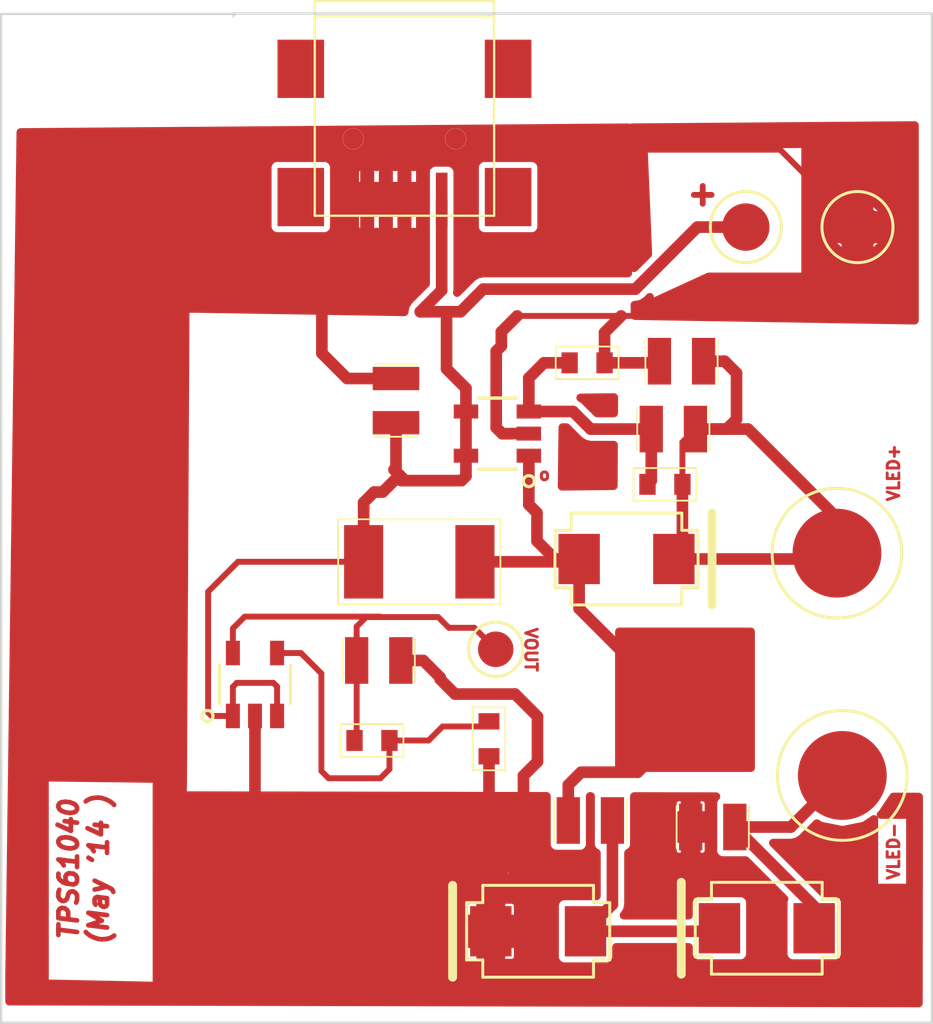
<source format=kicad_pcb>
(kicad_pcb (version 3) (host pcbnew "(2014-05-02 BZR 4840)-stable")

  (general
    (links 35)
    (no_connects 1)
    (area 31.472499 14.955099 61.544501 58.285901)
    (thickness 1.6)
    (drawings 13)
    (tracks 143)
    (zones 0)
    (modules 22)
    (nets 14)
  )

  (page A4)
  (layers
    (15 F.Cu signal)
    (0 B.Cu signal hide)
    (16 B.Adhes user hide)
    (17 F.Adhes user)
    (18 B.Paste user hide)
    (19 F.Paste user)
    (20 B.SilkS user hide)
    (21 F.SilkS user)
    (22 B.Mask user hide)
    (23 F.Mask user)
    (24 Dwgs.User user hide)
    (25 Cmts.User user hide)
    (26 Eco1.User user hide)
    (27 Eco2.User user hide)
    (28 Edge.Cuts user)
  )

  (setup
    (last_trace_width 0.254)
    (trace_clearance 0.254)
    (zone_clearance 0.125)
    (zone_45_only no)
    (trace_min 0)
    (segment_width 0.2)
    (edge_width 0.1)
    (via_size 0.889)
    (via_drill 0.635)
    (via_min_size 0.889)
    (via_min_drill 0.508)
    (uvia_size 0.508)
    (uvia_drill 0.127)
    (uvias_allowed no)
    (uvia_min_size 0.508)
    (uvia_min_drill 0.127)
    (pcb_text_width 0.3)
    (pcb_text_size 1.5 1.5)
    (mod_edge_width 0.15)
    (mod_text_size 1 1)
    (mod_text_width 0.15)
    (pad_size 1.524 1.524)
    (pad_drill 0)
    (pad_to_mask_clearance 0)
    (aux_axis_origin 0 0)
    (visible_elements FFFFFF7F)
    (pcbplotparams
      (layerselection 269123584)
      (usegerberextensions false)
      (excludeedgelayer false)
      (linewidth 0.150000)
      (plotframeref false)
      (viasonmask false)
      (mode 1)
      (useauxorigin false)
      (hpglpennumber 1)
      (hpglpenspeed 20)
      (hpglpendiameter 15)
      (hpglpenoverlay 2)
      (psnegative false)
      (psa4output false)
      (plotreference true)
      (plotvalue true)
      (plotothertext false)
      (plotinvisibletext false)
      (padsonsilk false)
      (subtractmaskfromsilk false)
      (outputformat 2)
      (mirror true)
      (drillshape 0)
      (scaleselection 1)
      (outputdirectory /home/nanik/kicaddesign/RA8875/))
  )

  (net 0 "")
  (net 1 /PWM)
  (net 2 /VOUT)
  (net 3 5V)
  (net 4 GND)
  (net 5 N-000001)
  (net 6 N-000002)
  (net 7 N-000005)
  (net 8 N-000006)
  (net 9 N-000008)
  (net 10 N-000009)
  (net 11 "Net-(C1-Pad1)")
  (net 12 "Net-(C2-Pad1)")
  (net 13 "Net-(C5-Pad1)")

  (net_class Default "This is the default net class."
    (clearance 0.254)
    (trace_width 0.254)
    (via_dia 0.889)
    (via_drill 0.635)
    (uvia_dia 0.508)
    (uvia_drill 0.127)
    (add_net "")
    (add_net /PWM)
    (add_net /VOUT)
    (add_net 5V)
    (add_net N-000001)
    (add_net N-000002)
    (add_net N-000005)
    (add_net N-000006)
    (add_net N-000008)
  )

  (net_class PoweSupply ""
    (clearance 0.254)
    (trace_width 0.5)
    (via_dia 0.889)
    (via_drill 0.635)
    (uvia_dia 0.508)
    (uvia_drill 0.127)
    (add_net GND)
    (add_net N-000009)
    (add_net "Net-(C1-Pad1)")
    (add_net "Net-(C2-Pad1)")
    (add_net "Net-(C5-Pad1)")
  )

  (module DO-214AA (layer F.Cu) (tedit 529883CF) (tstamp 535A919C)
    (at 48.39 38.39 180)
    (path /535A90B5)
    (attr smd)
    (fp_text reference D1 (at 0 -0.381 180) (layer Cmts.User)
      (effects (font (size 0.508 0.508) (thickness 0.1016)))
    )
    (fp_text value DIODE (at 0 0.381 180) (layer Cmts.User) hide
      (effects (font (size 0.508 0.508) (thickness 0.1016)))
    )
    (fp_line (start -2.3749 -1.9685) (end 2.3749 -1.9685) (layer F.SilkS) (width 0.127))
    (fp_line (start 2.3749 1.9685) (end -2.3749 1.9685) (layer F.SilkS) (width 0.127))
    (fp_line (start 3.07086 -1.22936) (end 3.07086 1.22936) (layer F.SilkS) (width 0.127))
    (fp_line (start -3.07086 1.22936) (end -3.07086 -1.22936) (layer F.SilkS) (width 0.127))
    (fp_line (start 2.3749 -1.9685) (end 2.3749 -1.22936) (layer F.SilkS) (width 0.127))
    (fp_line (start 2.3749 -1.22936) (end 3.07086 -1.22936) (layer F.SilkS) (width 0.127))
    (fp_line (start 3.07086 1.22936) (end 2.3749 1.22936) (layer F.SilkS) (width 0.127))
    (fp_line (start 2.3749 1.22936) (end 2.3749 1.9685) (layer F.SilkS) (width 0.127))
    (fp_line (start -3.07086 -1.22936) (end -2.3749 -1.22936) (layer F.SilkS) (width 0.127))
    (fp_line (start -2.3749 -1.22936) (end -2.3749 -1.9685) (layer F.SilkS) (width 0.127))
    (fp_line (start -2.3749 1.9685) (end -2.3749 1.22936) (layer F.SilkS) (width 0.127))
    (fp_line (start -2.3749 1.22936) (end -3.07086 1.22936) (layer F.SilkS) (width 0.127))
    (fp_line (start -3.6703 -1.9685) (end -3.6703 1.9685) (layer F.SilkS) (width 0.381))
    (pad 2 smd rect (at -2.032 0 180) (size 1.778 2.15646)
      (layers F.Cu F.Paste F.Mask)
      (net 9 N-000008)
    )
    (pad 1 smd rect (at 2.032 0 180) (size 1.778 2.15646)
      (layers F.Cu F.Paste F.Mask)
      (net 10 N-000009)
    )
  )

  (module 0603 (layer F.Cu) (tedit 529883CF) (tstamp 535A91B4)
    (at 50.04 35.19 180)
    (path /535A911C)
    (attr smd)
    (fp_text reference R1 (at 0 -0.381 180) (layer Cmts.User)
      (effects (font (size 0.508 0.508) (thickness 0.1016)))
    )
    (fp_text value 150K (at 0 0.381 180) (layer Cmts.User) hide
      (effects (font (size 0.508 0.508) (thickness 0.1016)))
    )
    (fp_line (start -1.34874 0.6985) (end -1.34874 -0.6985) (layer F.SilkS) (width 0.0762))
    (fp_line (start -1.34874 -0.6985) (end 1.34874 -0.6985) (layer F.SilkS) (width 0.0762))
    (fp_line (start 1.34874 -0.6985) (end 1.34874 0.6985) (layer F.SilkS) (width 0.0762))
    (fp_line (start 1.34874 0.6985) (end -1.34874 0.6985) (layer F.SilkS) (width 0.0762))
    (pad 1 smd rect (at -0.7493 0 180) (size 0.70104 0.89916)
      (layers F.Cu F.Paste F.Mask)
      (net 9 N-000008)
    )
    (pad 2 smd rect (at 0.7493 0 180) (size 0.70104 0.89916)
      (layers F.Cu F.Paste F.Mask)
      (net 8 N-000006)
    )
  )

  (module SOT-235 (layer F.Cu) (tedit 529883CF) (tstamp 535A91CC)
    (at 42.8509 33.0137 90)
    (path /535A8C7B)
    (attr smd)
    (fp_text reference TPS1 (at 0 -0.381 90) (layer Cmts.User)
      (effects (font (size 0.508 0.508) (thickness 0.1016)))
    )
    (fp_text value TPS61040 (at 0 0.381 90) (layer Cmts.User) hide
      (effects (font (size 0.508 0.508) (thickness 0.1016)))
    )
    (fp_circle (center -2.03708 1.34874) (end -2.03708 1.11252) (layer F.SilkS) (width 0.127))
    (fp_circle (center -2.03708 1.34874) (end -2.03708 1.11252) (layer F.SilkS) (width 0.127))
    (fp_circle (center -2.03708 1.34874) (end -2.03708 1.11252) (layer F.SilkS) (width 0.127))
    (fp_circle (center -2.03708 1.34874) (end -2.03708 1.11252) (layer F.SilkS) (width 0.127))
    (fp_circle (center -2.03708 1.34874) (end -2.03708 1.11252) (layer F.SilkS) (width 0.127))
    (fp_line (start 1.524 -0.82296) (end 1.524 0.82296) (layer F.SilkS) (width 0.127))
    (fp_line (start -1.524 0.82296) (end -1.524 -0.82296) (layer F.SilkS) (width 0.127))
    (fp_line (start 1.524 -0.82296) (end 1.524 0.82296) (layer F.SilkS) (width 0.127))
    (fp_line (start -1.524 0.82296) (end -1.524 -0.82296) (layer F.SilkS) (width 0.127))
    (fp_line (start 1.524 -0.82296) (end 1.524 0.82296) (layer F.SilkS) (width 0.127))
    (fp_line (start -1.524 0.82296) (end -1.524 -0.82296) (layer F.SilkS) (width 0.127))
    (fp_line (start 1.524 -0.82296) (end 1.524 0.82296) (layer F.SilkS) (width 0.127))
    (fp_line (start -1.524 0.82296) (end -1.524 -0.82296) (layer F.SilkS) (width 0.127))
    (fp_line (start 1.524 -0.82296) (end 1.524 0.82296) (layer F.SilkS) (width 0.127))
    (fp_line (start -1.524 0.82296) (end -1.524 -0.82296) (layer F.SilkS) (width 0.127))
    (pad 1 smd rect (at -0.94742 1.34874 90) (size 0.60198 1.05156)
      (layers F.Cu F.Paste F.Mask)
      (net 10 N-000009)
    )
    (pad 2 smd rect (at 0 1.34874 90) (size 0.59944 1.05156)
      (layers F.Cu F.Paste F.Mask)
      (net 4 GND)
    )
    (pad 3 smd rect (at 0.94742 1.34874 90) (size 0.60198 1.05156)
      (layers F.Cu F.Paste F.Mask)
      (net 8 N-000006)
    )
    (pad 4 smd rect (at 0.94742 -1.34874 90) (size 0.60198 1.05156)
      (layers F.Cu F.Paste F.Mask)
      (net 1 /PWM)
    )
    (pad 5 smd rect (at -0.94742 -1.34874 90) (size 0.60198 1.05156)
      (layers F.Cu F.Paste F.Mask)
      (net 3 5V)
    )
  )

  (module 0603 (layer F.Cu) (tedit 529883CF) (tstamp 535A97C7)
    (at 46.7 29.98)
    (path /535A94FF)
    (attr smd)
    (fp_text reference R2 (at 0 -0.381) (layer Cmts.User)
      (effects (font (size 0.508 0.508) (thickness 0.1016)))
    )
    (fp_text value 10K (at 0 0.381) (layer Cmts.User) hide
      (effects (font (size 0.508 0.508) (thickness 0.1016)))
    )
    (fp_line (start -1.34874 0.6985) (end -1.34874 -0.6985) (layer F.SilkS) (width 0.0762))
    (fp_line (start -1.34874 -0.6985) (end 1.34874 -0.6985) (layer F.SilkS) (width 0.0762))
    (fp_line (start 1.34874 -0.6985) (end 1.34874 0.6985) (layer F.SilkS) (width 0.0762))
    (fp_line (start 1.34874 0.6985) (end -1.34874 0.6985) (layer F.SilkS) (width 0.0762))
    (pad 1 smd rect (at -0.7493 0) (size 0.70104 0.89916)
      (layers F.Cu F.Paste F.Mask)
      (net 8 N-000006)
    )
    (pad 2 smd rect (at 0.7493 0) (size 0.70104 0.89916)
      (layers F.Cu F.Paste F.Mask)
      (net 4 GND)
    )
  )

  (module DO-214AA (layer F.Cu) (tedit 529883CF) (tstamp 5362D06A)
    (at 44.6 54.35)
    (path /535A9F39)
    (attr smd)
    (fp_text reference D2 (at 0 -0.381) (layer Cmts.User)
      (effects (font (size 0.508 0.508) (thickness 0.1016)))
    )
    (fp_text value ZENER (at 0 0.381) (layer Cmts.User) hide
      (effects (font (size 0.508 0.508) (thickness 0.1016)))
    )
    (fp_line (start -2.3749 -1.9685) (end 2.3749 -1.9685) (layer F.SilkS) (width 0.127))
    (fp_line (start 2.3749 1.9685) (end -2.3749 1.9685) (layer F.SilkS) (width 0.127))
    (fp_line (start 3.07086 -1.22936) (end 3.07086 1.22936) (layer F.SilkS) (width 0.127))
    (fp_line (start -3.07086 1.22936) (end -3.07086 -1.22936) (layer F.SilkS) (width 0.127))
    (fp_line (start 2.3749 -1.9685) (end 2.3749 -1.22936) (layer F.SilkS) (width 0.127))
    (fp_line (start 2.3749 -1.22936) (end 3.07086 -1.22936) (layer F.SilkS) (width 0.127))
    (fp_line (start 3.07086 1.22936) (end 2.3749 1.22936) (layer F.SilkS) (width 0.127))
    (fp_line (start 2.3749 1.22936) (end 2.3749 1.9685) (layer F.SilkS) (width 0.127))
    (fp_line (start -3.07086 -1.22936) (end -2.3749 -1.22936) (layer F.SilkS) (width 0.127))
    (fp_line (start -2.3749 -1.22936) (end -2.3749 -1.9685) (layer F.SilkS) (width 0.127))
    (fp_line (start -2.3749 1.9685) (end -2.3749 1.22936) (layer F.SilkS) (width 0.127))
    (fp_line (start -2.3749 1.22936) (end -3.07086 1.22936) (layer F.SilkS) (width 0.127))
    (fp_line (start -3.6703 -1.9685) (end -3.6703 1.9685) (layer F.SilkS) (width 0.381))
    (pad 2 smd rect (at -2.032 0) (size 1.778 2.15646)
      (layers F.Cu F.Paste F.Mask)
      (net 4 GND)
    )
    (pad 1 smd rect (at 2.032 0) (size 1.778 2.15646)
      (layers F.Cu F.Paste F.Mask)
      (net 6 N-000002)
    )
  )

  (module DO-214AA (layer F.Cu) (tedit 529883CF) (tstamp 5362D07C)
    (at 54.41 54.22)
    (path /535AA1E0)
    (attr smd)
    (fp_text reference D3 (at 0 -0.381) (layer Cmts.User)
      (effects (font (size 0.508 0.508) (thickness 0.1016)))
    )
    (fp_text value ZENER (at 0 0.381) (layer Cmts.User) hide
      (effects (font (size 0.508 0.508) (thickness 0.1016)))
    )
    (fp_line (start -2.3749 -1.9685) (end 2.3749 -1.9685) (layer F.SilkS) (width 0.127))
    (fp_line (start 2.3749 1.9685) (end -2.3749 1.9685) (layer F.SilkS) (width 0.127))
    (fp_line (start 3.07086 -1.22936) (end 3.07086 1.22936) (layer F.SilkS) (width 0.127))
    (fp_line (start -3.07086 1.22936) (end -3.07086 -1.22936) (layer F.SilkS) (width 0.127))
    (fp_line (start 2.3749 -1.9685) (end 2.3749 -1.22936) (layer F.SilkS) (width 0.127))
    (fp_line (start 2.3749 -1.22936) (end 3.07086 -1.22936) (layer F.SilkS) (width 0.127))
    (fp_line (start 3.07086 1.22936) (end 2.3749 1.22936) (layer F.SilkS) (width 0.127))
    (fp_line (start 2.3749 1.22936) (end 2.3749 1.9685) (layer F.SilkS) (width 0.127))
    (fp_line (start -3.07086 -1.22936) (end -2.3749 -1.22936) (layer F.SilkS) (width 0.127))
    (fp_line (start -2.3749 -1.22936) (end -2.3749 -1.9685) (layer F.SilkS) (width 0.127))
    (fp_line (start -2.3749 1.9685) (end -2.3749 1.22936) (layer F.SilkS) (width 0.127))
    (fp_line (start -2.3749 1.22936) (end -3.07086 1.22936) (layer F.SilkS) (width 0.127))
    (fp_line (start -3.6703 -1.9685) (end -3.6703 1.9685) (layer F.SilkS) (width 0.381))
    (pad 2 smd rect (at -2.032 0) (size 1.778 2.15646)
      (layers F.Cu F.Paste F.Mask)
      (net 6 N-000002)
    )
    (pad 1 smd rect (at 2.032 0) (size 1.778 2.15646)
      (layers F.Cu F.Paste F.Mask)
      (net 5 N-000001)
    )
  )

  (module PAD_C_150x150 (layer F.Cu) (tedit 536341CD) (tstamp 53635F8C)
    (at 57.42 38.14)
    (attr smd)
    (fp_text reference PAD_C_150x150 (at 0 -0.381) (layer Cmts.User)
      (effects (font (size 0.508 0.508) (thickness 0.1016)))
    )
    (fp_text value Val* (at 0 0.381) (layer Cmts.User) hide
      (effects (font (size 0.508 0.508) (thickness 0.1016)))
    )
    (fp_circle (center 0 0) (end 0 -2.7813) (layer F.SilkS) (width 0.127))
    (pad 1 smd oval (at 0 0) (size 3.81 3.81)
      (layers F.Cu F.Mask)
      (net 12 "Net-(C2-Pad1)")
    )
  )

  (module PAD_C_150x150 (layer F.Cu) (tedit 536341B7) (tstamp 53635F9C)
    (at 57.65 47.67)
    (attr smd)
    (fp_text reference PAD_C_150x150 (at 0 -0.381) (layer Cmts.User)
      (effects (font (size 0.508 0.508) (thickness 0.1016)))
    )
    (fp_text value Val* (at 0 0.381) (layer Cmts.User) hide
      (effects (font (size 0.508 0.508) (thickness 0.1016)))
    )
    (fp_circle (center 0 0) (end 0 -2.7813) (layer F.SilkS) (width 0.127))
    (pad 1 smd oval (at 0 0) (size 3.81 3.81)
      (layers F.Cu F.Mask)
      (net 13 "Net-(C5-Pad1)")
    )
  )

  (module miniUSB_B (layer F.Cu) (tedit 5365FFAC) (tstamp 53636B8C)
    (at 38.8631 24.1237 270)
    (attr smd)
    (fp_text reference "" (at 0 -0.381 270) (layer Cmts.User)
      (effects (font (size 0.508 0.508) (thickness 0.1016)))
    )
    (fp_text value Val* (at 0 0.381 270) (layer Cmts.User) hide
      (effects (font (size 0.508 0.508) (thickness 0.1016)))
    )
    (fp_circle (center -3.74904 -2.19964) (end -3.74904 -2.64922) (layer F.SilkS) (width 0.00762))
    (fp_circle (center -3.74904 2.19964) (end -3.74904 1.74752) (layer F.SilkS) (width 0.00762))
    (fp_line (start -0.44958 -3.8481) (end -0.44958 3.8481) (layer F.SilkS) (width 0.09906))
    (fp_line (start -0.44958 3.8481) (end -8.99922 3.8481) (layer F.SilkS) (width 0.09906))
    (fp_line (start -8.99922 3.8481) (end -8.99922 -3.8481) (layer F.SilkS) (width 0.09906))
    (fp_line (start -8.99922 -3.8481) (end -0.44958 -3.8481) (layer F.SilkS) (width 0.09906))
    (fp_line (start -8.99922 -3.8481) (end -8.99922 3.8481) (layer F.SilkS) (width 0.09906))
    (fp_line (start -8.99922 3.8481) (end -9.64946 3.8481) (layer F.SilkS) (width 0.09906))
    (fp_line (start -9.64946 3.8481) (end -9.64946 -3.8481) (layer F.SilkS) (width 0.09906))
    (fp_line (start -9.64946 -3.8481) (end -8.99922 -3.8481) (layer F.SilkS) (width 0.09906))
    (pad 1 smd rect (at -1.14808 -1.59766 270) (size 2.2987 0.50038)
      (layers F.Cu F.Paste F.Mask)
      (net 11 "Net-(C1-Pad1)")
    )
    (pad 2 smd rect (at -1.14808 -0.79756 270) (size 2.2987 0.50038)
      (layers F.Cu F.Paste F.Mask)
      (net 4 GND)
    )
    (pad 3 smd rect (at -1.14808 0 270) (size 2.2987 0.49784)
      (layers F.Cu F.Paste F.Mask)
      (net 4 GND)
    )
    (pad 4 smd rect (at -1.14808 0.79756 270) (size 2.2987 0.50038)
      (layers F.Cu F.Paste F.Mask)
      (net 4 GND)
    )
    (pad 5 smd rect (at -1.14808 1.59766 270) (size 2.2987 0.50038)
      (layers F.Cu F.Paste F.Mask)
      (net 4 GND)
    )
    (pad 6 smd rect (at -1.24968 -4.44754 270) (size 2.49936 1.99898)
      (layers F.Cu F.Paste F.Mask)
    )
    (pad 8 smd rect (at -1.24968 4.44754 270) (size 2.49936 1.99898)
      (layers F.Cu F.Paste F.Mask)
    )
    (pad 7 smd rect (at -6.74878 -4.44754 270) (size 2.49936 1.99898)
      (layers F.Cu F.Paste F.Mask)
    )
    (pad 9 smd rect (at -6.74878 4.44754 270) (size 2.49936 1.99898)
      (layers F.Cu F.Paste F.Mask)
    )
  )

  (module PAD_C_80x80 (layer F.Cu) (tedit 5365FEE1) (tstamp 5365FE1B)
    (at 53.51 24.16)
    (attr smd)
    (fp_text reference "" (at -0.03 1.84) (layer Cmts.User)
      (effects (font (size 0.508 0.508) (thickness 0.1016)))
    )
    (fp_text value Val* (at 0 0.381) (layer Cmts.User) hide
      (effects (font (size 0.508 0.508) (thickness 0.1016)))
    )
    (fp_circle (center 0 0) (end 0 -1.524) (layer F.SilkS) (width 0.127))
    (pad 1 smd oval (at 0 0) (size 2.032 2.032)
      (layers F.Cu F.Mask)
      (net 11 "Net-(C1-Pad1)")
    )
  )

  (module PAD_C_80x80 (layer F.Cu) (tedit 5365FEE4) (tstamp 5365FE26)
    (at 58.3 24.16)
    (attr smd)
    (fp_text reference "" (at 0.02 1.93) (layer Cmts.User)
      (effects (font (size 0.508 0.508) (thickness 0.1016)))
    )
    (fp_text value Val* (at 0 0.381) (layer Cmts.User) hide
      (effects (font (size 0.508 0.508) (thickness 0.1016)))
    )
    (fp_circle (center 0 0) (end 0 -1.524) (layer F.SilkS) (width 0.127))
    (pad 1 smd oval (at 0 0) (size 2.032 2.032)
      (layers F.Cu F.Mask)
      (net 4 GND)
    )
  )

  (module 1812 (layer F.Cu) (tedit 529883CF) (tstamp 5370C366)
    (at 39.5 38.51 180)
    (path /535A8FC9)
    (attr smd)
    (fp_text reference L1 (at 0 -0.381 180) (layer Cmts.User)
      (effects (font (size 0.508 0.508) (thickness 0.1016)))
    )
    (fp_text value 6.8uH (at 0 0.381 180) (layer Cmts.User) hide
      (effects (font (size 0.508 0.508) (thickness 0.1016)))
    )
    (fp_line (start -3.4798 1.82372) (end -3.4798 -1.82372) (layer F.SilkS) (width 0.0762))
    (fp_line (start -3.4798 -1.82372) (end 3.4798 -1.82372) (layer F.SilkS) (width 0.0762))
    (fp_line (start 3.4798 -1.82372) (end 3.4798 1.82372) (layer F.SilkS) (width 0.0762))
    (fp_line (start 3.4798 1.82372) (end -3.4798 1.82372) (layer F.SilkS) (width 0.0762))
    (pad 1 smd rect (at -2.3876 0 180) (size 1.67894 3.1496)
      (layers F.Cu F.Paste F.Mask)
      (net 10 N-000009)
    )
    (pad 2 smd rect (at 2.3876 0 180) (size 1.67894 3.1496)
      (layers F.Cu F.Paste F.Mask)
      (net 3 5V)
    )
  )

  (module 0805SMDLED_BIGGER (layer F.Cu) (tedit 52C576AE) (tstamp 53716050)
    (at 38.5 31.6 90)
    (path /535A8F0C)
    (attr smd)
    (fp_text reference C1 (at 0 -0.381 90) (layer Cmts.User)
      (effects (font (size 0.508 0.508) (thickness 0.1016)))
    )
    (fp_text value 4.7uF (at 0 0.381 90) (layer Cmts.User) hide
      (effects (font (size 0.508 0.508) (thickness 0.1016)))
    )
    (fp_line (start -1.5494 0.89916) (end -1.5494 -0.89916) (layer F.SilkS) (width 0.0762))
    (fp_line (start 1.5494 -0.89916) (end 1.5494 0.89916) (layer F.SilkS) (width 0.0762))
    (pad 1 smd rect (at -0.94742 0 90) (size 1 2)
      (layers F.Cu F.Paste F.Mask)
      (net 3 5V)
    )
    (pad 2 smd rect (at 0.94742 0 90) (size 1 2)
      (layers F.Cu F.Paste F.Mask)
      (net 4 GND)
    )
  )

  (module 0805SMDLED_BIGGER (layer F.Cu) (tedit 52C576AE) (tstamp 53716057)
    (at 50.4 32.82 180)
    (path /535A9108)
    (attr smd)
    (fp_text reference C2 (at 0 -0.381 180) (layer Cmts.User)
      (effects (font (size 0.508 0.508) (thickness 0.1016)))
    )
    (fp_text value 22pF (at 0 0.381 180) (layer Cmts.User) hide
      (effects (font (size 0.508 0.508) (thickness 0.1016)))
    )
    (fp_line (start -1.5494 0.89916) (end -1.5494 -0.89916) (layer F.SilkS) (width 0.0762))
    (fp_line (start 1.5494 -0.89916) (end 1.5494 0.89916) (layer F.SilkS) (width 0.0762))
    (pad 1 smd rect (at -0.94742 0 180) (size 1 2)
      (layers F.Cu F.Paste F.Mask)
      (net 9 N-000008)
    )
    (pad 2 smd rect (at 0.94742 0 180) (size 1 2)
      (layers F.Cu F.Paste F.Mask)
      (net 8 N-000006)
    )
  )

  (module 0805SMDLED_BIGGER (layer F.Cu) (tedit 52C576AE) (tstamp 5371605E)
    (at 50.75 29.91 180)
    (path /535A9A1A)
    (attr smd)
    (fp_text reference C3 (at 0 -0.381 180) (layer Cmts.User)
      (effects (font (size 0.508 0.508) (thickness 0.1016)))
    )
    (fp_text value 1uF (at 0 0.381 180) (layer Cmts.User) hide
      (effects (font (size 0.508 0.508) (thickness 0.1016)))
    )
    (fp_line (start -1.5494 0.89916) (end -1.5494 -0.89916) (layer F.SilkS) (width 0.0762))
    (fp_line (start 1.5494 -0.89916) (end 1.5494 0.89916) (layer F.SilkS) (width 0.0762))
    (pad 1 smd rect (at -0.94742 0 180) (size 1 2)
      (layers F.Cu F.Paste F.Mask)
      (net 9 N-000008)
    )
    (pad 2 smd rect (at 0.94742 0 180) (size 1 2)
      (layers F.Cu F.Paste F.Mask)
      (net 4 GND)
    )
  )

  (module 0805SMDLED_BIGGER (layer F.Cu) (tedit 52C576AE) (tstamp 53716065)
    (at 46.84 49.6 180)
    (path /535A9E05)
    (attr smd)
    (fp_text reference C4 (at 0 -0.381 180) (layer Cmts.User)
      (effects (font (size 0.508 0.508) (thickness 0.1016)))
    )
    (fp_text value 1uF (at 0 0.381 180) (layer Cmts.User) hide
      (effects (font (size 0.508 0.508) (thickness 0.1016)))
    )
    (fp_line (start -1.5494 0.89916) (end -1.5494 -0.89916) (layer F.SilkS) (width 0.0762))
    (fp_line (start 1.5494 -0.89916) (end 1.5494 0.89916) (layer F.SilkS) (width 0.0762))
    (pad 1 smd rect (at -0.94742 0 180) (size 1 2)
      (layers F.Cu F.Paste F.Mask)
      (net 6 N-000002)
    )
    (pad 2 smd rect (at 0.94742 0 180) (size 1 2)
      (layers F.Cu F.Paste F.Mask)
      (net 10 N-000009)
    )
  )

  (module 0805SMDLED_BIGGER (layer F.Cu) (tedit 52C576AE) (tstamp 5371606C)
    (at 52.09 49.88 180)
    (path /535AA30D)
    (attr smd)
    (fp_text reference C5 (at 0 -0.381 180) (layer Cmts.User)
      (effects (font (size 0.508 0.508) (thickness 0.1016)))
    )
    (fp_text value 4.7uF (at 0 0.381 180) (layer Cmts.User) hide
      (effects (font (size 0.508 0.508) (thickness 0.1016)))
    )
    (fp_line (start -1.5494 0.89916) (end -1.5494 -0.89916) (layer F.SilkS) (width 0.0762))
    (fp_line (start 1.5494 -0.89916) (end 1.5494 0.89916) (layer F.SilkS) (width 0.0762))
    (pad 1 smd rect (at -0.94742 0 180) (size 1 2)
      (layers F.Cu F.Paste F.Mask)
      (net 5 N-000001)
    )
    (pad 2 smd rect (at 0.94742 0 180) (size 1 2)
      (layers F.Cu F.Paste F.Mask)
      (net 4 GND)
    )
  )

  (module 0805SMDLED_BIGGER (layer F.Cu) (tedit 52C576AE) (tstamp 537B5C4A)
    (at 37.76 42.74 180)
    (path /537B6930)
    (attr smd)
    (fp_text reference C6 (at 0 -0.381 180) (layer Cmts.User)
      (effects (font (size 0.508 0.508) (thickness 0.1016)))
    )
    (fp_text value C (at 0 0.381 180) (layer Cmts.User) hide
      (effects (font (size 0.508 0.508) (thickness 0.1016)))
    )
    (fp_line (start -1.5494 0.89916) (end -1.5494 -0.89916) (layer F.SilkS) (width 0.0762))
    (fp_line (start 1.5494 -0.89916) (end 1.5494 0.89916) (layer F.SilkS) (width 0.0762))
    (pad 1 smd rect (at -0.94742 0 180) (size 1 2)
      (layers F.Cu F.Paste F.Mask)
      (net 4 GND)
    )
    (pad 2 smd rect (at 0.94742 0 180) (size 1 2)
      (layers F.Cu F.Paste F.Mask)
      (net 2 /VOUT)
    )
  )

  (module 0603 (layer F.Cu) (tedit 529883CF) (tstamp 537B5C54)
    (at 42.49 46.1 90)
    (path /537B66B9)
    (attr smd)
    (fp_text reference R3 (at 0 -0.381 90) (layer Cmts.User)
      (effects (font (size 0.508 0.508) (thickness 0.1016)))
    )
    (fp_text value R (at 0 0.381 90) (layer Cmts.User) hide
      (effects (font (size 0.508 0.508) (thickness 0.1016)))
    )
    (fp_line (start -1.34874 0.6985) (end -1.34874 -0.6985) (layer F.SilkS) (width 0.0762))
    (fp_line (start -1.34874 -0.6985) (end 1.34874 -0.6985) (layer F.SilkS) (width 0.0762))
    (fp_line (start 1.34874 -0.6985) (end 1.34874 0.6985) (layer F.SilkS) (width 0.0762))
    (fp_line (start 1.34874 0.6985) (end -1.34874 0.6985) (layer F.SilkS) (width 0.0762))
    (pad 1 smd rect (at -0.7493 0 90) (size 0.70104 0.89916)
      (layers F.Cu F.Paste F.Mask)
      (net 4 GND)
    )
    (pad 2 smd rect (at 0.7493 0 90) (size 0.70104 0.89916)
      (layers F.Cu F.Paste F.Mask)
      (net 7 N-000005)
    )
  )

  (module 0603 (layer F.Cu) (tedit 529883CF) (tstamp 537B5C5E)
    (at 37.47 46.17 180)
    (path /537B66D0)
    (attr smd)
    (fp_text reference R4 (at 0 -0.381 180) (layer Cmts.User)
      (effects (font (size 0.508 0.508) (thickness 0.1016)))
    )
    (fp_text value R (at 0 0.381 180) (layer Cmts.User) hide
      (effects (font (size 0.508 0.508) (thickness 0.1016)))
    )
    (fp_line (start -1.34874 0.6985) (end -1.34874 -0.6985) (layer F.SilkS) (width 0.0762))
    (fp_line (start -1.34874 -0.6985) (end 1.34874 -0.6985) (layer F.SilkS) (width 0.0762))
    (fp_line (start 1.34874 -0.6985) (end 1.34874 0.6985) (layer F.SilkS) (width 0.0762))
    (fp_line (start 1.34874 0.6985) (end -1.34874 0.6985) (layer F.SilkS) (width 0.0762))
    (pad 1 smd rect (at -0.7493 0 180) (size 0.70104 0.89916)
      (layers F.Cu F.Paste F.Mask)
      (net 7 N-000005)
    )
    (pad 2 smd rect (at 0.7493 0 180) (size 0.70104 0.89916)
      (layers F.Cu F.Paste F.Mask)
      (net 2 /VOUT)
    )
  )

  (module SOT-235 (layer F.Cu) (tedit 529883CF) (tstamp 537B5C76)
    (at 32.45 43.77)
    (path /537B56B1)
    (attr smd)
    (fp_text reference U1 (at 0 -0.381) (layer Cmts.User)
      (effects (font (size 0.508 0.508) (thickness 0.1016)))
    )
    (fp_text value MIC5225 (at 0 0.381) (layer Cmts.User) hide
      (effects (font (size 0.508 0.508) (thickness 0.1016)))
    )
    (fp_circle (center -2.03708 1.34874) (end -2.03708 1.11252) (layer F.SilkS) (width 0.127))
    (fp_circle (center -2.03708 1.34874) (end -2.03708 1.11252) (layer F.SilkS) (width 0.127))
    (fp_circle (center -2.03708 1.34874) (end -2.03708 1.11252) (layer F.SilkS) (width 0.127))
    (fp_circle (center -2.03708 1.34874) (end -2.03708 1.11252) (layer F.SilkS) (width 0.127))
    (fp_circle (center -2.03708 1.34874) (end -2.03708 1.11252) (layer F.SilkS) (width 0.127))
    (fp_line (start 1.524 -0.82296) (end 1.524 0.82296) (layer F.SilkS) (width 0.127))
    (fp_line (start -1.524 0.82296) (end -1.524 -0.82296) (layer F.SilkS) (width 0.127))
    (fp_line (start 1.524 -0.82296) (end 1.524 0.82296) (layer F.SilkS) (width 0.127))
    (fp_line (start -1.524 0.82296) (end -1.524 -0.82296) (layer F.SilkS) (width 0.127))
    (fp_line (start 1.524 -0.82296) (end 1.524 0.82296) (layer F.SilkS) (width 0.127))
    (fp_line (start -1.524 0.82296) (end -1.524 -0.82296) (layer F.SilkS) (width 0.127))
    (fp_line (start 1.524 -0.82296) (end 1.524 0.82296) (layer F.SilkS) (width 0.127))
    (fp_line (start -1.524 0.82296) (end -1.524 -0.82296) (layer F.SilkS) (width 0.127))
    (fp_line (start 1.524 -0.82296) (end 1.524 0.82296) (layer F.SilkS) (width 0.127))
    (fp_line (start -1.524 0.82296) (end -1.524 -0.82296) (layer F.SilkS) (width 0.127))
    (pad 1 smd rect (at -0.94742 1.34874) (size 0.60198 1.05156)
      (layers F.Cu F.Paste F.Mask)
      (net 3 5V)
    )
    (pad 2 smd rect (at 0 1.34874) (size 0.59944 1.05156)
      (layers F.Cu F.Paste F.Mask)
      (net 4 GND)
    )
    (pad 3 smd rect (at 0.94742 1.34874) (size 0.60198 1.05156)
      (layers F.Cu F.Paste F.Mask)
      (net 3 5V)
    )
    (pad 4 smd rect (at 0.94742 -1.34874) (size 0.60198 1.05156)
      (layers F.Cu F.Paste F.Mask)
      (net 7 N-000005)
    )
    (pad 5 smd rect (at -0.94742 -1.34874) (size 0.60198 1.05156)
      (layers F.Cu F.Paste F.Mask)
      (net 2 /VOUT)
    )
  )

  (module PAD_C_60x60 (layer F.Cu) (tedit 537B5F92) (tstamp 537B6105)
    (at 42.78 42.26)
    (attr smd)
    (fp_text reference "" (at 0 -0.381) (layer Cmts.User)
      (effects (font (size 0.508 0.508) (thickness 0.1016)))
    )
    (fp_text value Val* (at 0 0.381) (layer Cmts.User) hide
      (effects (font (size 0.508 0.508) (thickness 0.1016)))
    )
    (fp_circle (center 0 0) (end 0 -1.16586) (layer F.SilkS) (width 0.127))
    (pad 1 smd oval (at 0 0) (size 1.524 1.524)
      (layers F.Cu F.Mask)
      (net 2 /VOUT)
    )
  )

  (gr_line (start 31.59 15.02) (end 31.59 15.04) (angle 90) (layer Edge.Cuts) (width 0.1))
  (gr_line (start 21.56 15.02) (end 31.59 15.02) (angle 90) (layer Edge.Cuts) (width 0.1))
  (gr_line (start 21.56 58.27) (end 21.56 15.02) (angle 90) (layer Edge.Cuts) (width 0.1))
  (gr_line (start 61.49 58.27) (end 21.56 58.27) (angle 90) (layer Edge.Cuts) (width 0.1))
  (gr_text VOUT (at 44.29 42.28 270) (layer F.Cu)
    (effects (font (size 0.5 0.5) (thickness 0.125)))
  )
  (gr_text + (at 51.66 22.71) (layer F.Cu)
    (effects (font (size 1 1) (thickness 0.25)))
  )
  (gr_text "TPS61040\n(May '14 )" (at 25.1 51.69 90) (layer F.Cu)
    (effects (font (size 0.8 0.8) (thickness 0.2) italic))
  )
  (gr_line (start 31.5225 15.0051) (end 31.5225 15.1321) (angle 90) (layer Edge.Cuts) (width 0.1))
  (gr_line (start 61.4945 15.0051) (end 31.5225 15.0051) (angle 90) (layer Edge.Cuts) (width 0.1))
  (gr_line (start 61.4945 58.2359) (end 61.4945 15.0051) (angle 90) (layer Edge.Cuts) (width 0.1))
  (gr_text VLED+ (at 59.85 34.69 90) (layer F.Cu)
    (effects (font (size 0.5 0.5) (thickness 0.125)))
  )
  (gr_text VLED- (at 59.85 50.92 90) (layer F.Cu)
    (effects (font (size 0.5 0.5) (thickness 0.125)))
  )
  (gr_text o (at 44.8702 34.7663) (layer F.Cu)
    (effects (font (size 0.5 0.5) (thickness 0.125)))
  )

  (segment (start 41.50216 32.06628) (end 41.50216 31.07216) (width 0.5) (layer F.Cu) (net 1))
  (segment (start 40.67 30.24) (end 40.67 27.79) (width 0.5) (layer F.Cu) (net 1) (tstamp 53716C65))
  (segment (start 41.50216 31.07216) (end 40.67 30.24) (width 0.5) (layer F.Cu) (net 1) (tstamp 53716C63))
  (segment (start 41.50216 32.06628) (end 41.50216 33.96112) (width 0.5) (layer F.Cu) (net 1))
  (segment (start 41.27 27.79) (end 40.67 27.79) (width 0.5) (layer F.Cu) (net 1) (tstamp 5365FFD2))
  (segment (start 40.67 27.79) (end 39.89 27.79) (width 0.5) (layer F.Cu) (net 1) (tstamp 53716C68))
  (segment (start 39.89 27.79) (end 39.54 27.79) (width 0.5) (layer F.Cu) (net 1) (tstamp 536A1CE4))
  (segment (start 42.24 26.82) (end 41.27 27.79) (width 0.5) (layer F.Cu) (net 1) (tstamp 5365FFD1))
  (segment (start 40.46076 26.86924) (end 39.54 27.79) (width 0.5) (layer F.Cu) (net 1) (tstamp 5365FFC3))
  (segment (start 48.77 26.82) (end 42.24 26.82) (width 0.5) (layer F.Cu) (net 1) (tstamp 5365FFCF))
  (segment (start 51.43 24.16) (end 48.77 26.82) (width 0.5) (layer F.Cu) (net 1) (tstamp 5365FFCD))
  (segment (start 36.81258 42.74) (end 36.81258 46.07812) (width 0.254) (layer F.Cu) (net 2))
  (segment (start 36.81258 46.07812) (end 36.7207 46.17) (width 0.254) (layer F.Cu) (net 2) (tstamp 537B617D))
  (segment (start 31.50258 42.42126) (end 31.50258 41.36742) (width 0.254) (layer F.Cu) (net 2))
  (segment (start 37.82 40.86) (end 37.84 40.88) (width 0.254) (layer F.Cu) (net 2) (tstamp 537B616C))
  (segment (start 32.01 40.86) (end 37.82 40.86) (width 0.254) (layer F.Cu) (net 2) (tstamp 537B616B))
  (segment (start 31.50258 41.36742) (end 32.01 40.86) (width 0.254) (layer F.Cu) (net 2) (tstamp 537B616A))
  (segment (start 36.81258 42.74) (end 36.81258 41.28742) (width 0.254) (layer F.Cu) (net 2))
  (segment (start 41.86 41.34) (end 42.78 42.26) (width 0.254) (layer F.Cu) (net 2) (tstamp 537B615D))
  (segment (start 40.77 41.34) (end 41.86 41.34) (width 0.254) (layer F.Cu) (net 2) (tstamp 537B615C))
  (segment (start 40.31 40.88) (end 40.77 41.34) (width 0.254) (layer F.Cu) (net 2) (tstamp 537B615B))
  (segment (start 37.22 40.88) (end 37.84 40.88) (width 0.254) (layer F.Cu) (net 2) (tstamp 537B615A))
  (segment (start 37.84 40.88) (end 40.31 40.88) (width 0.254) (layer F.Cu) (net 2) (tstamp 537B616F))
  (segment (start 36.81258 41.28742) (end 37.22 40.88) (width 0.254) (layer F.Cu) (net 2) (tstamp 537B6159))
  (segment (start 37.1124 38.51) (end 31.72 38.51) (width 0.254) (layer F.Cu) (net 3))
  (segment (start 30.58874 45.11874) (end 31.50258 45.11874) (width 0.254) (layer F.Cu) (net 3) (tstamp 537B5F6A))
  (segment (start 30.44 44.97) (end 30.58874 45.11874) (width 0.254) (layer F.Cu) (net 3) (tstamp 537B5F69))
  (segment (start 30.44 39.79) (end 30.44 44.97) (width 0.254) (layer F.Cu) (net 3) (tstamp 537B5F67))
  (segment (start 31.72 38.51) (end 30.44 39.79) (width 0.254) (layer F.Cu) (net 3) (tstamp 537B5F65))
  (segment (start 31.50258 45.11874) (end 31.50258 43.86742) (width 0.254) (layer F.Cu) (net 3))
  (segment (start 31.50258 43.86742) (end 31.67 43.7) (width 0.254) (layer F.Cu) (net 3) (tstamp 537B5F4C))
  (segment (start 31.67 43.7) (end 33.24 43.7) (width 0.254) (layer F.Cu) (net 3) (tstamp 537B5F4D))
  (segment (start 33.24 43.7) (end 33.39742 43.85742) (width 0.254) (layer F.Cu) (net 3) (tstamp 537B5F4E))
  (segment (start 33.39742 43.85742) (end 33.39742 45.11874) (width 0.254) (layer F.Cu) (net 3) (tstamp 537B5F4F))
  (segment (start 38.5 32.54742) (end 38.5 34.48) (width 0.5) (layer F.Cu) (net 3))
  (segment (start 38.5 34.48) (end 38.42 34.56) (width 0.5) (layer F.Cu) (net 3) (tstamp 53716C24))
  (segment (start 37.1124 38.51) (end 37.1124 35.9676) (width 0.5) (layer F.Cu) (net 3))
  (segment (start 37.93 35.52) (end 38.655 34.795) (width 0.5) (layer F.Cu) (net 3) (tstamp 53715AF2))
  (segment (start 37.56 35.52) (end 37.93 35.52) (width 0.5) (layer F.Cu) (net 3) (tstamp 53715AF1))
  (segment (start 37.1124 35.9676) (end 37.56 35.52) (width 0.5) (layer F.Cu) (net 3) (tstamp 53715AEB))
  (segment (start 41.50216 33.96112) (end 41.50216 34.83784) (width 0.5) (layer F.Cu) (net 3))
  (segment (start 41.50216 34.83784) (end 41.31 35.03) (width 0.5) (layer F.Cu) (net 3) (tstamp 536A278B))
  (segment (start 41.31 35.03) (end 38.725 35.03) (width 0.5) (layer F.Cu) (net 3) (tstamp 536A278C))
  (segment (start 38.725 35.03) (end 38.89 35.03) (width 0.5) (layer F.Cu) (net 3) (tstamp 5370C38C))
  (segment (start 38.89 35.03) (end 38.655 34.795) (width 0.5) (layer F.Cu) (net 3) (tstamp 536A278D))
  (segment (start 38.655 34.795) (end 38.42 34.56) (width 0.5) (layer F.Cu) (net 3) (tstamp 5370B39D))
  (segment (start 38.42 34.56) (end 38.49 34.56) (width 0.5) (layer F.Cu) (net 3) (tstamp 536A1CB3))
  (segment (start 38.70742 42.74) (end 39.67 42.74) (width 0.5) (layer F.Cu) (net 4))
  (segment (start 43.97 47.68) (end 43.97 48.84) (width 0.5) (layer F.Cu) (net 4) (tstamp 537B6167))
  (segment (start 44.57 47.08) (end 43.97 47.68) (width 0.5) (layer F.Cu) (net 4) (tstamp 537B6166))
  (segment (start 44.57 45.14) (end 44.57 47.08) (width 0.5) (layer F.Cu) (net 4) (tstamp 537B6165))
  (segment (start 43.61 44.18) (end 44.57 45.14) (width 0.5) (layer F.Cu) (net 4) (tstamp 537B6164))
  (segment (start 41.03 44.18) (end 43.61 44.18) (width 0.5) (layer F.Cu) (net 4) (tstamp 537B6163))
  (segment (start 40.4 43.55) (end 41.03 44.18) (width 0.5) (layer F.Cu) (net 4) (tstamp 537B6162))
  (segment (start 40.4 43.47) (end 40.4 43.55) (width 0.5) (layer F.Cu) (net 4) (tstamp 537B6161))
  (segment (start 39.67 42.74) (end 40.4 43.47) (width 0.5) (layer F.Cu) (net 4) (tstamp 537B6160))
  (segment (start 42.49 46.8493) (end 42.49 48.69) (width 0.5) (layer F.Cu) (net 4))
  (segment (start 42.49 48.69) (end 42.11 49.07) (width 0.5) (layer F.Cu) (net 4) (tstamp 537B5F92))
  (segment (start 32.45 45.11874) (end 32.45 48.79) (width 0.5) (layer F.Cu) (net 4))
  (segment (start 32.45 48.79) (end 32.84 49.18) (width 0.5) (layer F.Cu) (net 4) (tstamp 537B5F49))
  (segment (start 38.5 30.65258) (end 36.40258 30.65258) (width 0.5) (layer F.Cu) (net 4))
  (segment (start 35.32 29.57) (end 35.32 26.63) (width 0.5) (layer F.Cu) (net 4) (tstamp 537B5E52))
  (segment (start 36.40258 30.65258) (end 35.32 29.57) (width 0.5) (layer F.Cu) (net 4) (tstamp 537B5E51))
  (segment (start 47.4493 29.98) (end 47.4493 28.6807) (width 0.5) (layer F.Cu) (net 4))
  (segment (start 47.4493 28.6807) (end 48.16 27.97) (width 0.5) (layer F.Cu) (net 4) (tstamp 53716C80))
  (segment (start 47.4493 29.98) (end 49.73258 29.98) (width 0.5) (layer F.Cu) (net 4))
  (segment (start 49.73258 29.98) (end 49.80258 29.91) (width 0.5) (layer F.Cu) (net 4) (tstamp 53716C78))
  (segment (start 44.19964 33.0137) (end 43.4563 33.0137) (width 0.5) (layer F.Cu) (net 4))
  (segment (start 43.02 28.65) (end 43.7 27.97) (width 0.5) (layer F.Cu) (net 4) (tstamp 53678B19))
  (segment (start 43.7 27.97) (end 48.16 27.97) (width 0.254) (layer F.Cu) (net 4) (tstamp 53678AAE))
  (segment (start 43.02 29.26) (end 43.02 28.65) (width 0.5) (layer F.Cu) (net 4) (tstamp 53678B4C))
  (segment (start 43.4563 33.0137) (end 43.45 33.02) (width 0.5) (layer F.Cu) (net 4) (tstamp 53708183))
  (segment (start 43.45 33.02) (end 43.06 33.02) (width 0.5) (layer F.Cu) (net 4) (tstamp 53708187))
  (segment (start 43.06 33.02) (end 42.8 32.76) (width 0.5) (layer F.Cu) (net 4) (tstamp 53708189))
  (segment (start 42.8 32.76) (end 42.8 29.48) (width 0.5) (layer F.Cu) (net 4) (tstamp 5370818B))
  (segment (start 42.8 29.48) (end 43.02 29.26) (width 0.5) (layer F.Cu) (net 4) (tstamp 5370818C))
  (segment (start 38.8631 22.97562) (end 38.8631 20.9569) (width 0.254) (layer F.Cu) (net 4))
  (segment (start 54.98 20.84) (end 58.3 24.16) (width 0.254) (layer F.Cu) (net 4) (tstamp 53678BD1))
  (segment (start 38.98 20.84) (end 54.98 20.84) (width 0.254) (layer F.Cu) (net 4) (tstamp 53678BD0))
  (segment (start 38.8631 20.9569) (end 38.98 20.84) (width 0.254) (layer F.Cu) (net 4) (tstamp 53678BCF))
  (segment (start 51.59 27.97) (end 51.89 27.67) (width 0.254) (layer F.Cu) (net 4) (tstamp 53678AAF))
  (segment (start 51.89 27.67) (end 56.58 27.67) (width 0.254) (layer F.Cu) (net 4) (tstamp 53678AB2))
  (segment (start 56.58 27.67) (end 57.27 26.98) (width 0.254) (layer F.Cu) (net 4) (tstamp 53678AA5))
  (segment (start 57.27 26.98) (end 57.27 24.21) (width 0.254) (layer F.Cu) (net 4) (tstamp 53678AA6))
  (segment (start 48.16 27.97) (end 51.59 27.97) (width 0.254) (layer F.Cu) (net 4) (tstamp 53716C83))
  (segment (start 56.442 54.22) (end 56.442 53.28458) (width 0.5) (layer F.Cu) (net 5))
  (segment (start 56.442 53.28458) (end 53.03742 49.88) (width 0.5) (layer F.Cu) (net 5) (tstamp 537790BB))
  (segment (start 53.03742 49.88) (end 55.44 49.88) (width 0.5) (layer F.Cu) (net 5))
  (segment (start 46.632 54.35) (end 52.248 54.35) (width 0.5) (layer F.Cu) (net 6))
  (segment (start 52.248 54.35) (end 52.378 54.22) (width 0.5) (layer F.Cu) (net 6) (tstamp 5377911B))
  (segment (start 47.78742 49.6) (end 47.78742 53.19458) (width 0.5) (layer F.Cu) (net 6))
  (segment (start 47.78742 53.19458) (end 46.632 54.35) (width 0.5) (layer F.Cu) (net 6) (tstamp 53779118))
  (segment (start 38.2193 46.17) (end 39.9 46.17) (width 0.254) (layer F.Cu) (net 7))
  (segment (start 42.2707 45.57) (end 42.49 45.3507) (width 0.254) (layer F.Cu) (net 7) (tstamp 537B618A))
  (segment (start 40.5 45.57) (end 42.2707 45.57) (width 0.254) (layer F.Cu) (net 7) (tstamp 537B6189))
  (segment (start 39.9 46.17) (end 40.5 45.57) (width 0.254) (layer F.Cu) (net 7) (tstamp 537B6188))
  (segment (start 33.39742 42.42126) (end 34.42126 42.42126) (width 0.254) (layer F.Cu) (net 7))
  (segment (start 38.2193 47.4007) (end 38.2193 46.17) (width 0.254) (layer F.Cu) (net 7) (tstamp 537B6185))
  (segment (start 37.83 47.79) (end 38.2193 47.4007) (width 0.254) (layer F.Cu) (net 7) (tstamp 537B6184))
  (segment (start 35.61 47.79) (end 37.83 47.79) (width 0.254) (layer F.Cu) (net 7) (tstamp 537B6183))
  (segment (start 35.3 47.48) (end 35.61 47.79) (width 0.254) (layer F.Cu) (net 7) (tstamp 537B6182))
  (segment (start 35.3 43.3) (end 35.3 47.48) (width 0.254) (layer F.Cu) (net 7) (tstamp 537B6181))
  (segment (start 34.42126 42.42126) (end 35.3 43.3) (width 0.254) (layer F.Cu) (net 7) (tstamp 537B6180))
  (segment (start 49.45258 32.82) (end 49.45258 35.02812) (width 0.5) (layer F.Cu) (net 8))
  (segment (start 49.45258 35.02812) (end 49.2907 35.19) (width 0.5) (layer F.Cu) (net 8) (tstamp 53716C97))
  (segment (start 49.45258 32.82) (end 46.85 32.82) (width 0.5) (layer F.Cu) (net 8))
  (segment (start 46.09628 32.06628) (end 46.67 32.64) (width 0.5) (layer F.Cu) (net 8) (tstamp 53716C6F))
  (segment (start 46.09628 32.06628) (end 44.19964 32.06628) (width 0.5) (layer F.Cu) (net 8))
  (segment (start 46.85 32.82) (end 46.67 32.64) (width 0.5) (layer F.Cu) (net 8) (tstamp 53716C72))
  (segment (start 44.19964 32.06628) (end 44.19964 30.63036) (width 0.5) (layer F.Cu) (net 8))
  (segment (start 44.85 29.98) (end 45.9507 29.98) (width 0.5) (layer F.Cu) (net 8) (tstamp 53716C6C))
  (segment (start 44.19964 30.63036) (end 44.85 29.98) (width 0.5) (layer F.Cu) (net 8) (tstamp 53716C6B))
  (segment (start 50.7893 35.19) (end 50.7893 33.37812) (width 0.254) (layer F.Cu) (net 9))
  (segment (start 50.7893 33.37812) (end 51.34742 32.82) (width 0.254) (layer F.Cu) (net 9) (tstamp 537B61E0))
  (segment (start 50.422 38.39) (end 57.17 38.39) (width 0.5) (layer F.Cu) (net 9))
  (segment (start 50.7893 35.19) (end 50.7893 38.0227) (width 0.5) (layer F.Cu) (net 9))
  (segment (start 50.7893 38.0227) (end 50.422 38.39) (width 0.5) (layer F.Cu) (net 9) (tstamp 53716C9A))
  (segment (start 51.34742 32.82) (end 53.61 32.82) (width 0.5) (layer F.Cu) (net 9))
  (segment (start 51.69742 29.91) (end 52.6 29.91) (width 0.5) (layer F.Cu) (net 9))
  (segment (start 52.6 29.91) (end 53.11 30.42) (width 0.5) (layer F.Cu) (net 9) (tstamp 53716C86))
  (segment (start 53.11 30.42) (end 53.11 32.4) (width 0.5) (layer F.Cu) (net 9) (tstamp 53716C88))
  (segment (start 53.11 32.4) (end 52.69 32.82) (width 0.5) (layer F.Cu) (net 9) (tstamp 53716C8A))
  (segment (start 52.69 32.82) (end 51.34742 32.82) (width 0.5) (layer F.Cu) (net 9) (tstamp 53716C8B))
  (segment (start 45.89258 49.6) (end 45.89258 48.07742) (width 0.5) (layer F.Cu) (net 10))
  (segment (start 48.87 47.53) (end 50.23 46.17) (width 0.5) (layer F.Cu) (net 10) (tstamp 537B619D))
  (segment (start 46.44 47.53) (end 48.87 47.53) (width 0.5) (layer F.Cu) (net 10) (tstamp 537B619C))
  (segment (start 45.89258 48.07742) (end 46.44 47.53) (width 0.5) (layer F.Cu) (net 10) (tstamp 537B619B))
  (segment (start 46.358 38.39) (end 46.358 40.518) (width 0.5) (layer F.Cu) (net 10))
  (segment (start 46.358 40.518) (end 48.26 42.42) (width 0.5) (layer F.Cu) (net 10) (tstamp 537B6196))
  (segment (start 48.26 42.42) (end 50.28 42.42) (width 0.5) (layer F.Cu) (net 10) (tstamp 537B6197))
  (segment (start 44.19964 33.96112) (end 44.19964 36.06036) (width 0.5) (layer F.Cu) (net 10))
  (segment (start 45.32 38.39) (end 46.358 38.39) (width 0.5) (layer F.Cu) (net 10) (tstamp 53716CAE))
  (segment (start 44.55 37.62) (end 45.32 38.39) (width 0.5) (layer F.Cu) (net 10) (tstamp 53716CAC))
  (segment (start 44.55 36.41072) (end 44.55 37.62) (width 0.5) (layer F.Cu) (net 10) (tstamp 53716CAB))
  (segment (start 44.19964 36.06036) (end 44.55 36.41072) (width 0.5) (layer F.Cu) (net 10) (tstamp 53716CA9))
  (segment (start 41.8876 38.51) (end 46.238 38.51) (width 0.5) (layer F.Cu) (net 10))
  (segment (start 46.238 38.51) (end 46.358 38.39) (width 0.5) (layer F.Cu) (net 10) (tstamp 53716CA1))
  (segment (start 53.51 24.16) (end 51.43 24.16) (width 0.5) (layer F.Cu) (net 11))
  (segment (start 40.46076 22.97562) (end 40.46076 26.86924) (width 0.5) (layer F.Cu) (net 11))
  (segment (start 57.42 36.63) (end 57.42 38.14) (width 0.5) (layer F.Cu) (net 12) (tstamp 53716C94))
  (segment (start 53.61 32.82) (end 57.42 36.63) (width 0.5) (layer F.Cu) (net 12) (tstamp 53716C92))
  (segment (start 57.17 38.39) (end 57.42 38.14) (width 0.5) (layer F.Cu) (net 12) (tstamp 53716C9D))
  (segment (start 55.44 49.88) (end 57.65 47.67) (width 0.5) (layer F.Cu) (net 13) (tstamp 537790B2))

  (zone (net 0) (net_name "") (layer F.Cu) (tstamp 53639118) (hatch edge 0.508)
    (connect_pads yes (clearance 0.125))
    (min_thickness 0.354)
    (keepout (tracks not_allowed) (vias not_allowed) (copperpour not_allowed))
    (fill (arc_segments 16) (thermal_gap 0.1) (thermal_bridge_width 2))
    (polygon
      (pts
        (xy 48.62982 31.489687) (xy 48.6294 31.4897) (xy 48.6294 31.4643)
      )
    )
  )
  (zone (net 0) (net_name "") (layer F.Cu) (tstamp 53639212) (hatch edge 0.508)
    (connect_pads yes (clearance 0.125))
    (min_thickness 0.354)
    (keepout (tracks not_allowed) (vias not_allowed) (copperpour not_allowed))
    (fill (arc_segments 16) (thermal_gap 0.1) (thermal_bridge_width 2))
    (polygon
      (pts
        (xy 28.06 56.5119) (xy 23.6034 56.4192) (xy 23.6015 47.9298) (xy 28.0581 47.9844)
      )
    )
  )
  (zone (net 0) (net_name "") (layer F.Cu) (tstamp 53678944) (hatch none 0.508)
    (connect_pads yes (clearance 0.125))
    (min_thickness 0.354)
    (keepout (tracks not_allowed) (vias not_allowed) (copperpour not_allowed))
    (fill (arc_segments 16) (thermal_gap 0.1) (thermal_bridge_width 2))
    (polygon
      (pts
        (xy 48.65 31.4) (xy 48.64986 31.43) (xy 48.64 31.43)
      )
    )
  )
  (zone (net -1) (net_name "Net-(C2-Pad2)") (layer F.Cu) (tstamp 5367891C) (hatch none 0.508)
    (connect_pads yes (clearance 0.125))
    (min_thickness 0.354)
    (fill (arc_segments 16) (thermal_gap 0.1) (thermal_bridge_width 2))
    (polygon
      (pts
        (xy 45.44 35.46) (xy 45.49 31.310075) (xy 48.03 31.28) (xy 48.01 35.43)
      )
    )
    (filled_polygon
      (pts
        (xy 47.842294 33.501) (xy 47.833841 35.255044) (xy 45.619171 35.280896) (xy 45.649696 32.74728) (xy 45.8142 32.74728)
        (xy 46.188457 33.121536) (xy 46.18846 33.12154) (xy 46.188461 33.12154) (xy 46.368457 33.301536) (xy 46.36846 33.30154)
        (xy 46.589392 33.449161) (xy 46.589393 33.449162) (xy 46.85 33.501) (xy 47.842294 33.501)
      )
    )
    (filled_polygon
      (pts
        (xy 47.852135 31.459118) (xy 47.848858 32.139) (xy 47.132079 32.139) (xy 46.57782 31.58474) (xy 46.415275 31.476131)
        (xy 47.852135 31.459118)
      )
    )
  )
  (zone (net 11) (net_name "Net-(C1-Pad1)") (layer F.Cu) (tstamp 536A272E) (hatch edge 0.508)
    (connect_pads (clearance 0.125))
    (min_thickness 0.254)
    (fill (arc_segments 16) (thermal_gap 0.508) (thermal_bridge_width 0.508))
    (polygon
      (pts
        (xy 40.41 33.85) (xy 40.46 36.26) (xy 35.1 36.28) (xy 35.1 33.69)
      )
    )
  )
  (zone (net 0) (net_name "") (layer F.Cu) (tstamp 53778FE7) (hatch edge 0.508)
    (connect_pads (clearance 0.125))
    (min_thickness 0.354)
    (keepout (tracks not_allowed) (vias not_allowed) (copperpour not_allowed))
    (fill (arc_segments 16) (thermal_gap 0.1) (thermal_bridge_width 2))
    (polygon
      (pts
        (xy 51.47 26.11) (xy 55.89 26.11) (xy 55.89 20.77) (xy 49.3 20.81) (xy 49.57 27.17)
        (xy 51.4 26.33) (xy 51.36 26.32)
      )
    )
  )
  (zone (net 0) (net_name "") (layer F.Cu) (tstamp 53779110) (hatch edge 0.508)
    (connect_pads (clearance 0.125))
    (min_thickness 0.354)
    (keepout (tracks not_allowed) (vias not_allowed) (copperpour not_allowed))
    (fill (arc_segments 16) (thermal_gap 0.1) (thermal_bridge_width 2))
    (polygon
      (pts
        (xy 43.331528 51.889611) (xy 43.31 51.89) (xy 43.33 51.81)
      )
    )
  )
  (zone (net 4) (net_name GND) (layer F.Cu) (tstamp 53678A7D) (hatch edge 0.508)
    (connect_pads (clearance 0.125))
    (min_thickness 0.354)
    (fill (arc_segments 16) (thermal_gap 0.1) (thermal_bridge_width 2))
    (polygon
      (pts
        (xy 61.1 57.62) (xy 60.9 57.61) (xy 21.72 57.53) (xy 22.22 19.92) (xy 60.93 19.62)
        (xy 60.93 28.34) (xy 29.64 27.83) (xy 29.53 48.35) (xy 61.11 48.41)
      )
    )
    (filled_polygon
      (pts
        (xy 60.753 28.160092) (xy 59.413328 28.138256) (xy 59.413328 24.668) (xy 59.413328 23.652) (xy 59.394919 23.47225)
        (xy 59.354431 23.411576) (xy 58.987758 23.065033) (xy 58.808 23.040175) (xy 58.808 23.652) (xy 59.413328 23.652)
        (xy 59.413328 24.668) (xy 58.808 24.668) (xy 58.808 25.279825) (xy 58.987758 25.254967) (xy 59.354431 24.908424)
        (xy 59.394919 24.84775) (xy 59.413328 24.668) (xy 59.413328 28.138256) (xy 57.792 28.11183) (xy 57.792 25.279825)
        (xy 57.792 24.668) (xy 57.792 23.652) (xy 57.792 23.040175) (xy 57.612242 23.065033) (xy 57.245569 23.411576)
        (xy 57.205081 23.47225) (xy 57.186672 23.652) (xy 57.792 23.652) (xy 57.792 24.668) (xy 57.186672 24.668)
        (xy 57.205081 24.84775) (xy 57.245569 24.908424) (xy 57.612242 25.254967) (xy 57.792 25.279825) (xy 57.792 28.11183)
        (xy 48.748522 27.964429) (xy 48.740855 27.501) (xy 48.77 27.501) (xy 49.030607 27.449162) (xy 49.030608 27.449162)
        (xy 49.25154 27.30154) (xy 49.392443 27.160636) (xy 49.404337 27.440798) (xy 51.917968 26.287) (xy 56.067 26.287)
        (xy 56.067 20.591922) (xy 49.115374 20.634117) (xy 49.314002 25.312917) (xy 48.714573 25.912346) (xy 48.61498 19.892446)
        (xy 60.753 19.798377) (xy 60.753 28.160092)
      )
    )
    (filled_polygon
      (pts
        (xy 60.932808 48.586664) (xy 60.923202 57.433939) (xy 60.904603 57.433009) (xy 43.734 57.397948) (xy 43.734 55.483328)
        (xy 43.734 55.373131) (xy 43.734 54.958365) (xy 43.734 53.741635) (xy 43.734 53.326869) (xy 43.734 53.216672)
        (xy 43.691829 53.114862) (xy 43.613908 53.036941) (xy 43.512099 52.99477) (xy 43.511896 52.99477) (xy 43.511896 52.063381)
        (xy 43.481402 50.474603) (xy 43.082267 52.071144) (xy 43.511896 52.063381) (xy 43.511896 52.99477) (xy 43.08175 52.99477)
        (xy 43.0125 53.06402) (xy 43.0125 53.810885) (xy 43.66475 53.810885) (xy 43.734 53.741635) (xy 43.734 54.958365)
        (xy 43.66475 54.889115) (xy 43.0125 54.889115) (xy 43.0125 55.63598) (xy 43.08175 55.70523) (xy 43.512099 55.70523)
        (xy 43.613908 55.663059) (xy 43.691829 55.585138) (xy 43.734 55.483328) (xy 43.734 57.397948) (xy 42.1235 57.39466)
        (xy 42.1235 55.63598) (xy 42.1235 54.889115) (xy 42.1235 53.810885) (xy 42.1235 53.06402) (xy 42.05425 52.99477)
        (xy 41.623901 52.99477) (xy 41.522092 53.036941) (xy 41.444171 53.114862) (xy 41.402 53.216672) (xy 41.402 53.326869)
        (xy 41.402 53.741635) (xy 41.47125 53.810885) (xy 42.1235 53.810885) (xy 42.1235 54.889115) (xy 41.47125 54.889115)
        (xy 41.402 54.958365) (xy 41.402 55.373131) (xy 41.402 55.483328) (xy 41.444171 55.585138) (xy 41.522092 55.663059)
        (xy 41.623901 55.70523) (xy 42.05425 55.70523) (xy 42.1235 55.63598) (xy 42.1235 57.39466) (xy 28.23704 57.366305)
        (xy 28.23704 56.692621) (xy 28.235061 47.809555) (xy 23.42446 47.750618) (xy 23.426439 56.592557) (xy 28.23704 56.692621)
        (xy 28.23704 57.366305) (xy 21.912 57.353391) (xy 21.912 56.402884) (xy 22.39468 20.095652) (xy 48.4524 19.893706)
        (xy 48.4524 26.139) (xy 44.74113 26.139) (xy 44.74113 24.209431) (xy 44.74113 24.037969) (xy 44.74113 21.538609)
        (xy 44.675514 21.380198) (xy 44.554272 21.258956) (xy 44.395861 21.19334) (xy 44.224399 21.19334) (xy 42.225419 21.19334)
        (xy 42.067008 21.258956) (xy 41.945766 21.380198) (xy 41.88015 21.538609) (xy 41.88015 21.710071) (xy 41.88015 24.209431)
        (xy 41.945766 24.367842) (xy 42.067008 24.489084) (xy 42.225419 24.5547) (xy 42.396881 24.5547) (xy 44.395861 24.5547)
        (xy 44.554272 24.489084) (xy 44.675514 24.367842) (xy 44.74113 24.209431) (xy 44.74113 26.139) (xy 42.24 26.139)
        (xy 41.979392 26.190838) (xy 41.75846 26.33846) (xy 41.120425 26.976494) (xy 41.14176 26.86924) (xy 41.14176 24.211159)
        (xy 41.14195 24.210701) (xy 41.14195 24.039239) (xy 41.14195 21.740539) (xy 41.076334 21.582128) (xy 40.955092 21.460886)
        (xy 40.796681 21.39527) (xy 40.625219 21.39527) (xy 40.124839 21.39527) (xy 39.966428 21.460886) (xy 39.878044 21.54927)
        (xy 39.855751 21.54927) (xy 39.855005 21.54927) (xy 39.785755 21.61852) (xy 39.785755 21.725607) (xy 39.77957 21.740539)
        (xy 39.77957 21.912001) (xy 39.77957 24.210701) (xy 39.77976 24.211159) (xy 39.77976 26.58716) (xy 39.535565 26.831355)
        (xy 39.535565 24.33272) (xy 39.535565 23.550295) (xy 39.535565 22.400945) (xy 39.535565 21.61852) (xy 39.466315 21.54927)
        (xy 39.465569 21.54927) (xy 39.355372 21.54927) (xy 39.261245 21.588258) (xy 39.167118 21.54927) (xy 39.056921 21.54927)
        (xy 39.05681 21.54927) (xy 38.98756 21.61852) (xy 38.98756 22.400945) (xy 39.20272 22.400945) (xy 39.31977 22.400945)
        (xy 39.535565 22.400945) (xy 39.535565 23.550295) (xy 39.31977 23.550295) (xy 39.20272 23.550295) (xy 38.98756 23.550295)
        (xy 38.98756 24.33272) (xy 39.05681 24.40197) (xy 39.056921 24.40197) (xy 39.167118 24.40197) (xy 39.261245 24.362981)
        (xy 39.355372 24.40197) (xy 39.465569 24.40197) (xy 39.466315 24.40197) (xy 39.535565 24.33272) (xy 39.535565 26.831355)
        (xy 39.05846 27.30846) (xy 38.910838 27.529392) (xy 38.859 27.79) (xy 38.861641 27.803281) (xy 38.73864 27.801276)
        (xy 38.73864 24.33272) (xy 38.73864 23.550295) (xy 38.73864 22.400945) (xy 38.73864 21.61852) (xy 38.66939 21.54927)
        (xy 38.669279 21.54927) (xy 38.559082 21.54927) (xy 38.464955 21.588258) (xy 38.370828 21.54927) (xy 38.260631 21.54927)
        (xy 38.259885 21.54927) (xy 38.190635 21.61852) (xy 38.190635 22.400945) (xy 38.40643 22.400945) (xy 38.52348 22.400945)
        (xy 38.73864 22.400945) (xy 38.73864 23.550295) (xy 38.52348 23.550295) (xy 38.40643 23.550295) (xy 38.190635 23.550295)
        (xy 38.190635 24.33272) (xy 38.259885 24.40197) (xy 38.260631 24.40197) (xy 38.370828 24.40197) (xy 38.464955 24.362981)
        (xy 38.559082 24.40197) (xy 38.669279 24.40197) (xy 38.66939 24.40197) (xy 38.73864 24.33272) (xy 38.73864 27.801276)
        (xy 37.940445 27.788266) (xy 37.940445 24.33272) (xy 37.940445 23.550295) (xy 37.940445 22.400945) (xy 37.940445 21.61852)
        (xy 37.871195 21.54927) (xy 37.870449 21.54927) (xy 37.760252 21.54927) (xy 37.66549 21.588521) (xy 37.570728 21.54927)
        (xy 37.460531 21.54927) (xy 37.459785 21.54927) (xy 37.390535 21.61852) (xy 37.390535 22.400945) (xy 37.6076 22.400945)
        (xy 37.72338 22.400945) (xy 37.940445 22.400945) (xy 37.940445 23.550295) (xy 37.72338 23.550295) (xy 37.6076 23.550295)
        (xy 37.390535 23.550295) (xy 37.390535 24.33272) (xy 37.459785 24.40197) (xy 37.460531 24.40197) (xy 37.570728 24.40197)
        (xy 37.66549 24.362718) (xy 37.760252 24.40197) (xy 37.870449 24.40197) (xy 37.871195 24.40197) (xy 37.940445 24.33272)
        (xy 37.940445 27.788266) (xy 37.140345 27.775225) (xy 37.140345 24.33272) (xy 37.140345 23.550295) (xy 37.140345 22.400945)
        (xy 37.140345 21.61852) (xy 37.071095 21.54927) (xy 37.070349 21.54927) (xy 36.960152 21.54927) (xy 36.858342 21.591441)
        (xy 36.780421 21.669362) (xy 36.73825 21.771171) (xy 36.73825 22.331695) (xy 36.8075 22.400945) (xy 37.140345 22.400945)
        (xy 37.140345 23.550295) (xy 36.8075 23.550295) (xy 36.73825 23.619545) (xy 36.73825 24.180069) (xy 36.780421 24.281878)
        (xy 36.858342 24.359799) (xy 36.960152 24.40197) (xy 37.070349 24.40197) (xy 37.071095 24.40197) (xy 37.140345 24.33272)
        (xy 37.140345 27.775225) (xy 35.84605 27.754129) (xy 35.84605 24.209431) (xy 35.84605 24.037969) (xy 35.84605 21.538609)
        (xy 35.780434 21.380198) (xy 35.659192 21.258956) (xy 35.500781 21.19334) (xy 35.329319 21.19334) (xy 33.330339 21.19334)
        (xy 33.171928 21.258956) (xy 33.050686 21.380198) (xy 32.98507 21.538609) (xy 32.98507 21.710071) (xy 32.98507 24.209431)
        (xy 33.050686 24.367842) (xy 33.171928 24.489084) (xy 33.330339 24.5547) (xy 33.501801 24.5547) (xy 35.500781 24.5547)
        (xy 35.659192 24.489084) (xy 35.780434 24.367842) (xy 35.84605 24.209431) (xy 35.84605 27.754129) (xy 29.463962 27.650107)
        (xy 29.35205 48.526662) (xy 44.96158 48.556319) (xy 44.96158 48.685731) (xy 44.96158 50.685731) (xy 45.027196 50.844142)
        (xy 45.148438 50.965384) (xy 45.306849 51.031) (xy 45.478311 51.031) (xy 46.478311 51.031) (xy 46.636722 50.965384)
        (xy 46.757964 50.844142) (xy 46.82358 50.685731) (xy 46.82358 50.514269) (xy 46.82358 48.559857) (xy 46.85642 48.559919)
        (xy 46.85642 48.685731) (xy 46.85642 50.685731) (xy 46.922036 50.844142) (xy 47.043278 50.965384) (xy 47.10642 50.991538)
        (xy 47.10642 52.84077) (xy 45.657269 52.84077) (xy 45.498858 52.906386) (xy 45.377616 53.027628) (xy 45.312 53.186039)
        (xy 45.312 53.357501) (xy 45.312 55.513961) (xy 45.377616 55.672372) (xy 45.498858 55.793614) (xy 45.657269 55.85923)
        (xy 45.828731 55.85923) (xy 47.606731 55.85923) (xy 47.765142 55.793614) (xy 47.886384 55.672372) (xy 47.952 55.513961)
        (xy 47.952 55.342499) (xy 47.952 55.031) (xy 51.058 55.031) (xy 51.058 55.383961) (xy 51.123616 55.542372)
        (xy 51.244858 55.663614) (xy 51.403269 55.72923) (xy 51.574731 55.72923) (xy 53.352731 55.72923) (xy 53.511142 55.663614)
        (xy 53.632384 55.542372) (xy 53.698 55.383961) (xy 53.698 55.212499) (xy 53.698 53.056039) (xy 53.632384 52.897628)
        (xy 53.511142 52.776386) (xy 53.352731 52.71077) (xy 53.181269 52.71077) (xy 51.91958 52.71077) (xy 51.91958 50.935098)
        (xy 51.91958 50.824901) (xy 51.91958 50.44925) (xy 51.91958 49.31075) (xy 51.91958 48.935099) (xy 51.91958 48.824902)
        (xy 51.877409 48.723092) (xy 51.799488 48.645171) (xy 51.697679 48.603) (xy 51.46183 48.603) (xy 51.39258 48.67225)
        (xy 51.39258 49.38) (xy 51.85033 49.38) (xy 51.91958 49.31075) (xy 51.91958 50.44925) (xy 51.85033 50.38)
        (xy 51.39258 50.38) (xy 51.39258 51.08775) (xy 51.46183 51.157) (xy 51.697679 51.157) (xy 51.799488 51.114829)
        (xy 51.877409 51.036908) (xy 51.91958 50.935098) (xy 51.91958 52.71077) (xy 51.403269 52.71077) (xy 51.244858 52.776386)
        (xy 51.123616 52.897628) (xy 51.058 53.056039) (xy 51.058 53.227501) (xy 51.058 53.669) (xy 50.89258 53.669)
        (xy 50.89258 51.08775) (xy 50.89258 50.38) (xy 50.89258 49.38) (xy 50.89258 48.67225) (xy 50.82333 48.603)
        (xy 50.587481 48.603) (xy 50.485672 48.645171) (xy 50.407751 48.723092) (xy 50.36558 48.824902) (xy 50.36558 48.935099)
        (xy 50.36558 49.31075) (xy 50.43483 49.38) (xy 50.89258 49.38) (xy 50.89258 50.38) (xy 50.43483 50.38)
        (xy 50.36558 50.44925) (xy 50.36558 50.824901) (xy 50.36558 50.935098) (xy 50.407751 51.036908) (xy 50.485672 51.114829)
        (xy 50.587481 51.157) (xy 50.82333 51.157) (xy 50.89258 51.08775) (xy 50.89258 53.669) (xy 48.273717 53.669)
        (xy 48.416582 53.455187) (xy 48.46842 53.19458) (xy 48.468421 53.19458) (xy 48.46842 53.194574) (xy 48.46842 50.991538)
        (xy 48.531562 50.965384) (xy 48.652804 50.844142) (xy 48.71842 50.685731) (xy 48.71842 50.514269) (xy 48.71842 48.563457)
        (xy 52.23775 48.570143) (xy 52.172036 48.635858) (xy 52.10642 48.794269) (xy 52.10642 48.965731) (xy 52.10642 50.965731)
        (xy 52.172036 51.124142) (xy 52.293278 51.245384) (xy 52.451689 51.311) (xy 52.623151 51.311) (xy 53.50534 51.311)
        (xy 55.159601 52.965261) (xy 55.122 53.056039) (xy 55.122 53.227501) (xy 55.122 55.383961) (xy 55.187616 55.542372)
        (xy 55.308858 55.663614) (xy 55.467269 55.72923) (xy 55.638731 55.72923) (xy 57.416731 55.72923) (xy 57.575142 55.663614)
        (xy 57.696384 55.542372) (xy 57.762 55.383961) (xy 57.762 55.212499) (xy 57.762 53.056039) (xy 57.696384 52.897628)
        (xy 57.575142 52.776386) (xy 57.416731 52.71077) (xy 57.245269 52.71077) (xy 56.83127 52.71077) (xy 54.6815 50.561)
        (xy 55.44 50.561) (xy 55.700607 50.509162) (xy 55.700608 50.509162) (xy 55.92154 50.36154) (xy 56.557191 49.725888)
        (xy 56.710287 49.828183) (xy 57.604235 50.006) (xy 57.695765 50.006) (xy 58.589713 49.828183) (xy 59.0105 49.547021)
        (xy 59.0105 52.486881) (xy 60.5645 52.486881) (xy 60.5645 49.353119) (xy 59.300695 49.353119) (xy 59.347566 49.321801)
        (xy 59.840156 48.584588) (xy 60.932808 48.586664)
      )
    )
  )
  (zone (net 10) (net_name N-000009) (layer F.Cu) (tstamp 537B6193) (hatch edge 0.508)
    (connect_pads (clearance 0.125))
    (min_thickness 0.354)
    (fill (arc_segments 16) (thermal_gap 0.1) (thermal_bridge_width 2))
    (polygon
      (pts
        (xy 53.9 47.52) (xy 47.9 47.52) (xy 47.9 41.33) (xy 53.9 41.33)
      )
    )
    (filled_polygon
      (pts
        (xy 53.723 47.343) (xy 48.077 47.343) (xy 48.077 41.507) (xy 53.723 41.507) (xy 53.723 47.343)
      )
    )
  )
)

</source>
